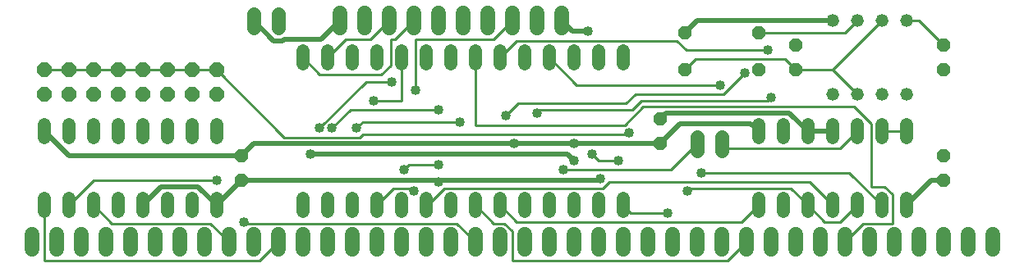
<source format=gtl>
G75*
%MOIN*%
%OFA0B0*%
%FSLAX24Y24*%
%IPPOS*%
%LPD*%
%AMOC8*
5,1,8,0,0,1.08239X$1,22.5*
%
%ADD10C,0.0520*%
%ADD11OC8,0.0600*%
%ADD12C,0.0600*%
%ADD13OC8,0.0520*%
%ADD14C,0.0520*%
%ADD15C,0.0560*%
%ADD16C,0.0200*%
%ADD17C,0.0400*%
%ADD18C,0.0100*%
D10*
X001100Y002340D02*
X001100Y002860D01*
X002100Y002860D02*
X002100Y002340D01*
X003100Y002340D02*
X003100Y002860D01*
X004100Y002860D02*
X004100Y002340D01*
X005100Y002340D02*
X005100Y002860D01*
X006100Y002860D02*
X006100Y002340D01*
X007100Y002340D02*
X007100Y002860D01*
X008100Y002860D02*
X008100Y002340D01*
X011600Y002340D02*
X011600Y002860D01*
X012600Y002860D02*
X012600Y002340D01*
X013600Y002340D02*
X013600Y002860D01*
X014600Y002860D02*
X014600Y002340D01*
X015600Y002340D02*
X015600Y002860D01*
X016600Y002860D02*
X016600Y002340D01*
X017600Y002340D02*
X017600Y002860D01*
X018600Y002860D02*
X018600Y002340D01*
X019600Y002340D02*
X019600Y002860D01*
X020600Y002860D02*
X020600Y002340D01*
X021600Y002340D02*
X021600Y002860D01*
X022600Y002860D02*
X022600Y002340D01*
X023600Y002340D02*
X023600Y002860D01*
X024600Y002860D02*
X024600Y002340D01*
X030100Y002340D02*
X030100Y002860D01*
X031100Y002860D02*
X031100Y002340D01*
X032100Y002340D02*
X032100Y002860D01*
X033100Y002860D02*
X033100Y002340D01*
X034100Y002340D02*
X034100Y002860D01*
X035100Y002860D02*
X035100Y002340D01*
X036100Y002340D02*
X036100Y002860D01*
X036100Y005340D02*
X036100Y005860D01*
X035100Y005860D02*
X035100Y005340D01*
X034100Y005340D02*
X034100Y005860D01*
X033100Y005860D02*
X033100Y005340D01*
X032100Y005340D02*
X032100Y005860D01*
X031100Y005860D02*
X031100Y005340D01*
X030100Y005340D02*
X030100Y005860D01*
X024600Y008340D02*
X024600Y008860D01*
X023600Y008860D02*
X023600Y008340D01*
X022600Y008340D02*
X022600Y008860D01*
X021600Y008860D02*
X021600Y008340D01*
X020600Y008340D02*
X020600Y008860D01*
X019600Y008860D02*
X019600Y008340D01*
X018600Y008340D02*
X018600Y008860D01*
X017600Y008860D02*
X017600Y008340D01*
X016600Y008340D02*
X016600Y008860D01*
X015600Y008860D02*
X015600Y008340D01*
X014600Y008340D02*
X014600Y008860D01*
X013600Y008860D02*
X013600Y008340D01*
X012600Y008340D02*
X012600Y008860D01*
X011600Y008860D02*
X011600Y008340D01*
X008100Y005860D02*
X008100Y005340D01*
X007100Y005340D02*
X007100Y005860D01*
X006100Y005860D02*
X006100Y005340D01*
X005100Y005340D02*
X005100Y005860D01*
X004100Y005860D02*
X004100Y005340D01*
X003100Y005340D02*
X003100Y005860D01*
X002100Y005860D02*
X002100Y005340D01*
X001100Y005340D02*
X001100Y005860D01*
D11*
X001100Y007100D03*
X002100Y007100D03*
X003100Y007100D03*
X004100Y007100D03*
X005100Y007100D03*
X006100Y007100D03*
X007100Y007100D03*
X008100Y007100D03*
X008100Y008100D03*
X007100Y008100D03*
X006100Y008100D03*
X005100Y008100D03*
X004100Y008100D03*
X003100Y008100D03*
X002100Y008100D03*
X001100Y008100D03*
D12*
X013100Y009800D02*
X013100Y010400D01*
X014100Y010400D02*
X014100Y009800D01*
X015100Y009800D02*
X015100Y010400D01*
X016100Y010400D02*
X016100Y009800D01*
X017100Y009800D02*
X017100Y010400D01*
X018100Y010400D02*
X018100Y009800D01*
X019100Y009800D02*
X019100Y010400D01*
X020100Y010400D02*
X020100Y009800D01*
X021100Y009800D02*
X021100Y010400D01*
X022100Y010400D02*
X022100Y009800D01*
X021600Y001400D02*
X021600Y000800D01*
X022600Y000800D02*
X022600Y001400D01*
X023600Y001400D02*
X023600Y000800D01*
X024600Y000800D02*
X024600Y001400D01*
X025600Y001400D02*
X025600Y000800D01*
X026600Y000800D02*
X026600Y001400D01*
X027600Y001400D02*
X027600Y000800D01*
X028600Y000800D02*
X028600Y001400D01*
X029600Y001400D02*
X029600Y000800D01*
X030600Y000800D02*
X030600Y001400D01*
X031600Y001400D02*
X031600Y000800D01*
X032600Y000800D02*
X032600Y001400D01*
X033600Y001400D02*
X033600Y000800D01*
X034600Y000800D02*
X034600Y001400D01*
X035600Y001400D02*
X035600Y000800D01*
X036600Y000800D02*
X036600Y001400D01*
X037600Y001400D02*
X037600Y000800D01*
X038600Y000800D02*
X038600Y001400D01*
X039600Y001400D02*
X039600Y000800D01*
X020600Y000800D02*
X020600Y001400D01*
X019600Y001400D02*
X019600Y000800D01*
X018600Y000800D02*
X018600Y001400D01*
X017600Y001400D02*
X017600Y000800D01*
X016600Y000800D02*
X016600Y001400D01*
X015600Y001400D02*
X015600Y000800D01*
X014600Y000800D02*
X014600Y001400D01*
X013600Y001400D02*
X013600Y000800D01*
X012600Y000800D02*
X012600Y001400D01*
X011600Y001400D02*
X011600Y000800D01*
X010600Y000800D02*
X010600Y001400D01*
X009600Y001400D02*
X009600Y000800D01*
X008600Y000800D02*
X008600Y001400D01*
X007600Y001400D02*
X007600Y000800D01*
X006600Y000800D02*
X006600Y001400D01*
X005600Y001400D02*
X005600Y000800D01*
X004600Y000800D02*
X004600Y001400D01*
X003600Y001400D02*
X003600Y000800D01*
X002600Y000800D02*
X002600Y001400D01*
X001600Y001400D02*
X001600Y000800D01*
X000600Y000800D02*
X000600Y001400D01*
D13*
X009100Y003600D03*
X009100Y004600D03*
X026100Y005100D03*
X026100Y006100D03*
X027100Y008100D03*
X030100Y008100D03*
X031600Y008100D03*
X031600Y009100D03*
X030100Y009600D03*
X027100Y009600D03*
X037600Y009100D03*
X037600Y008100D03*
X037600Y004600D03*
X037600Y003600D03*
D14*
X036100Y007100D03*
X035100Y007100D03*
X034100Y007100D03*
X033100Y007100D03*
X033100Y010100D03*
X034100Y010100D03*
X035100Y010100D03*
X036100Y010100D03*
D15*
X028600Y005380D02*
X028600Y004820D01*
X027600Y004820D02*
X027600Y005380D01*
X010600Y009820D02*
X010600Y010380D01*
X009600Y010380D02*
X009600Y009820D01*
D16*
X009600Y010100D02*
X010413Y009288D01*
X010788Y009288D01*
X010850Y009350D01*
X012350Y009350D01*
X013100Y010100D01*
X022100Y010100D02*
X022538Y009663D01*
X023163Y009663D01*
X027100Y009600D02*
X027600Y010100D01*
X033100Y010100D01*
X031350Y006350D02*
X026350Y006350D01*
X026100Y006100D01*
X026913Y005913D02*
X026100Y005100D01*
X022600Y005100D01*
X020163Y005100D01*
X009600Y005100D01*
X009100Y004600D01*
X002100Y004600D01*
X001100Y005600D01*
X005100Y002600D02*
X005850Y003350D01*
X007350Y003350D01*
X008100Y002600D01*
X009100Y003600D01*
X017038Y003600D01*
X017100Y003538D01*
X017163Y003600D01*
X023600Y003600D01*
X023663Y003663D01*
X022600Y004413D02*
X022350Y004663D01*
X011913Y004663D01*
X026913Y005913D02*
X029788Y005913D01*
X030100Y005600D01*
X031350Y006350D02*
X032100Y005600D01*
X033100Y005600D01*
X036100Y002600D02*
X037100Y003600D01*
X037600Y003600D01*
D17*
X027788Y003913D03*
X027225Y003163D03*
X026413Y002288D03*
X023663Y003663D03*
X022163Y004038D03*
X022600Y004413D03*
X023350Y004663D03*
X024413Y004413D03*
X022600Y005100D03*
X024850Y005538D03*
X021100Y006350D03*
X019850Y006225D03*
X017975Y005975D03*
X017100Y006475D03*
X016163Y007288D03*
X015225Y007600D03*
X014475Y006850D03*
X013788Y005725D03*
X012788Y005725D03*
X012288Y005725D03*
X011913Y004663D03*
X015725Y004038D03*
X017100Y004225D03*
X017100Y003538D03*
X016100Y003163D03*
X020163Y005100D03*
X028538Y007475D03*
X029538Y007975D03*
X030475Y008913D03*
X030600Y006975D03*
X023163Y009663D03*
X008100Y003600D03*
X009225Y001913D03*
D18*
X009850Y000350D02*
X001100Y000350D01*
X001100Y002600D01*
X002100Y002600D02*
X003100Y003600D01*
X008100Y003600D01*
X003850Y001850D02*
X003100Y002600D01*
X003850Y001850D02*
X007850Y001850D01*
X008600Y001100D01*
X009850Y000350D02*
X010600Y001100D01*
X009288Y001850D02*
X017850Y001850D01*
X018600Y001100D01*
X019788Y001850D02*
X020100Y001538D01*
X020100Y000350D01*
X028850Y000350D01*
X029600Y001100D01*
X029413Y001913D02*
X030100Y002600D01*
X031413Y003288D02*
X032100Y002600D01*
X032788Y001913D01*
X033413Y001913D01*
X034100Y002600D01*
X035100Y002600D02*
X033788Y003913D01*
X027788Y003913D01*
X027600Y005100D02*
X026538Y004038D01*
X022163Y004038D01*
X023350Y004663D02*
X023600Y004413D01*
X024413Y004413D01*
X024038Y003538D02*
X023788Y003288D01*
X017350Y003288D01*
X016663Y002600D01*
X016600Y002600D01*
X016100Y003163D02*
X015975Y003288D01*
X015288Y003288D01*
X014600Y002600D01*
X018600Y002600D02*
X019350Y001850D01*
X019788Y001850D01*
X020288Y001913D02*
X029413Y001913D01*
X026413Y002288D02*
X024913Y002288D01*
X024600Y002600D01*
X027225Y003163D02*
X027350Y003288D01*
X031413Y003288D01*
X032163Y003538D02*
X024038Y003538D01*
X020288Y001913D02*
X019600Y002600D01*
X015913Y004225D02*
X015725Y004038D01*
X015913Y004225D02*
X017100Y004225D01*
X014038Y005475D02*
X013913Y005350D01*
X010850Y005350D01*
X008100Y008100D01*
X007100Y008100D01*
X006100Y008100D01*
X005100Y008100D01*
X004100Y008100D01*
X003100Y008100D01*
X002100Y008100D01*
X001100Y008100D01*
X011600Y008600D02*
X012288Y007913D01*
X014788Y007913D01*
X015163Y008288D01*
X015163Y009350D01*
X015350Y009350D01*
X016100Y010100D01*
X015100Y010100D02*
X014350Y009350D01*
X013350Y009350D01*
X012600Y008600D01*
X015600Y008600D02*
X015600Y006850D01*
X014475Y006850D01*
X013538Y006475D02*
X017100Y006475D01*
X017975Y005975D02*
X014038Y005975D01*
X013788Y005725D01*
X014038Y005475D02*
X024788Y005475D01*
X024850Y005538D01*
X024663Y005850D02*
X025413Y006600D01*
X033975Y006600D01*
X034663Y005913D01*
X034663Y003350D01*
X035225Y003350D01*
X035538Y003038D01*
X035538Y001850D01*
X034350Y001850D01*
X033600Y001100D01*
X033100Y002600D02*
X032163Y003538D01*
X033413Y004913D02*
X028788Y004913D01*
X028600Y005100D01*
X024663Y005850D02*
X018600Y005850D01*
X018600Y008600D01*
X019600Y008600D02*
X020288Y009288D01*
X026788Y009288D01*
X027163Y008913D01*
X030475Y008913D01*
X031163Y008538D02*
X031600Y008100D01*
X033100Y008100D01*
X035100Y010100D01*
X034100Y010100D02*
X033600Y009600D01*
X030100Y009600D01*
X031163Y008538D02*
X027538Y008538D01*
X027100Y008100D01*
X028538Y007475D02*
X022725Y007475D01*
X021600Y008600D01*
X020100Y010100D02*
X019350Y009350D01*
X016163Y009350D01*
X016163Y007288D01*
X015225Y007600D02*
X014163Y007600D01*
X012288Y005725D01*
X012788Y005725D02*
X013538Y006475D01*
X019850Y006225D02*
X020350Y006725D01*
X024725Y006725D01*
X025100Y007100D01*
X028663Y007100D01*
X029538Y007975D01*
X030600Y006975D02*
X030475Y006850D01*
X025350Y006850D01*
X024975Y006475D01*
X021225Y006475D01*
X021100Y006350D01*
X033100Y008100D02*
X034100Y007100D01*
X034100Y005600D02*
X033413Y004913D01*
X035100Y005600D02*
X036100Y005600D01*
X037600Y009100D02*
X036600Y010100D01*
X036100Y010100D01*
X009288Y001850D02*
X009225Y001913D01*
M02*

</source>
